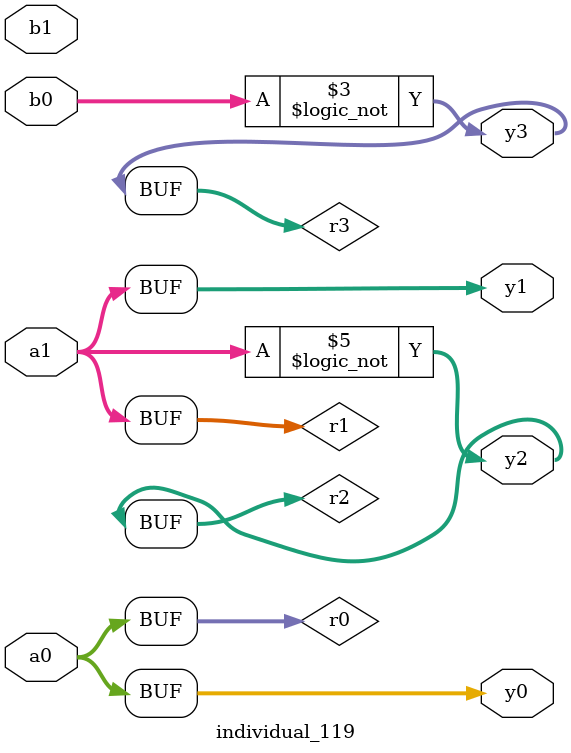
<source format=sv>
module individual_119(input logic [15:0] a1, input logic [15:0] a0, input logic [15:0] b1, input logic [15:0] b0, output logic [15:0] y3, output logic [15:0] y2, output logic [15:0] y1, output logic [15:0] y0);
logic [15:0] r0, r1, r2, r3; 
 always@(*) begin 
	 r0 = a0; r1 = a1; r2 = b0; r3 = b1; 
 	 r3  &=  r3 ;
 	 r3 = ! b0 ;
 	 r2  &=  r1 ;
 	 r2 = ! a1 ;
 	 y3 = r3; y2 = r2; y1 = r1; y0 = r0; 
end
endmodule
</source>
